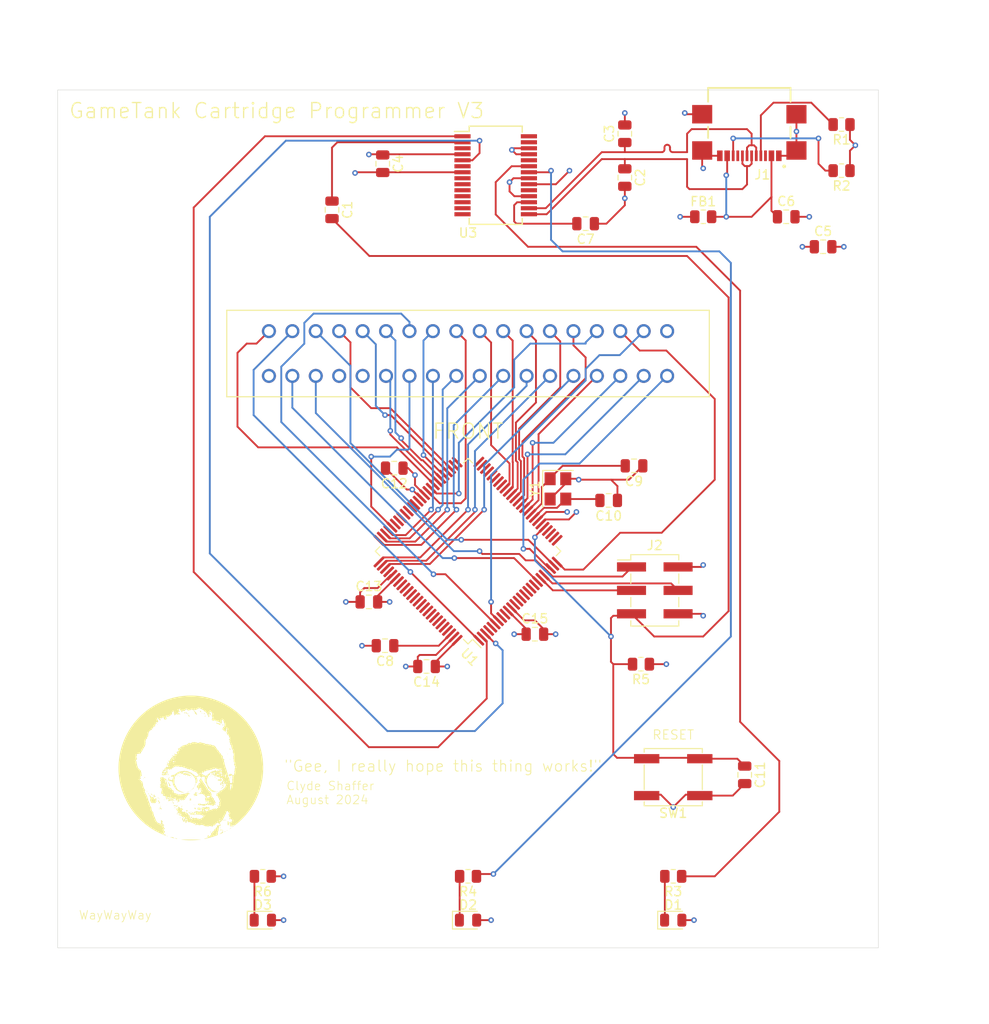
<source format=kicad_pcb>
(kicad_pcb (version 20221018) (generator pcbnew)
  (layers (0 "F.Cu" signal) (1 "In1.Cu" signal) (2 "In2.Cu" signal) (31 "B.Cu" signal) (34 "B.Paste" user) (35 "F.Paste" user) (36 "B.SilkS" user "B.Silkscreen") (37 "F.SilkS" user "F.Silkscreen") (38 "B.Mask" user) (39 "F.Mask" user) (44 "Edge.Cuts" user))
  (net 0 "")
  (net 1 "/~{cartRESET}")
  (net 2 "/READY")
  (net 3 "/A14")
  (net 4 "/D3")
  (net 5 "/D4")
  (net 6 "/D5")
  (net 7 "/D6")
  (net 8 "/D7")
  (net 9 "/~{CS}")
  (net 10 "/A10")
  (net 11 "/~{OE}")
  (net 12 "/A11")
  (net 13 "/A9")
  (net 14 "/A8")
  (net 15 "/~{IRQ}")
  (net 16 "/~{WE}")
  (net 17 "/A13")
  (net 18 "/CLK")
  (net 19 "/D2")
  (net 20 "/D1")
  (net 21 "/D0")
  (net 22 "/A0")
  (net 23 "/A1")
  (net 24 "/A2")
  (net 25 "/A3")
  (net 26 "/A4")
  (net 27 "/A5")
  (net 28 "/A6")
  (net 29 "/A7")
  (net 30 "/A12")
  (net 31 "/SCK")
  (net 32 "/MOSI")
  (net 33 "/MISO")
  (net 34 "/SS")
  (net 85 "/DTR")
  (net 86 "/~{mcuRESET}")
  (net 87 "GND")
  (net 88 "VCC")
  (net 89 "Net-(C6-Pad1)")
  (net 90 "Net-(U3-3V3OUT)")
  (net 91 "Net-(U1-AREF)")
  (net 92 "Net-(U1-XTAL1)")
  (net 93 "Net-(U1-XTAL2)")
  (net 94 "Net-(D1-K)")
  (net 95 "Net-(D2-K)")
  (net 96 "Net-(D3-K)")
  (net 97 "Net-(J1-CC1)")
  (net 99 "Net-(J1-CC2)")
  (net 101 "/fromHOST")
  (net 102 "/toHOST")
  (net 114 "/usbD+")
  (net 115 "/usbD-")
  (net 116 "/txl")
  (net 117 "/rxl")
  (footprint "LED_SMD:LED_0805_2012Metric" (layer "F.Cu") (at 122.25 150)
    (fp_text reference "D3")
    (fp_text value "PwrLED")
  )
  (footprint "Package_SO:SSOP-28_5.3x10.2mm_P0.65mm" (layer "F.Cu") (at 147.5 69.25)
    (fp_text reference "U3")
    (fp_text value "FT232RL")
  )
  (footprint "Crystal:Crystal_SMD_3225-4Pin_3.2x2.5mm" (layer "F.Cu") (at 154.25 103.25 -90)
    (fp_text reference "Y1")
    (fp_text value "Crystal_GND24" hide)
  )
  (footprint "Capacitor_SMD:C_0805_2012Metric" (layer "F.Cu") (at 162.5 100.75 180)
    (fp_text reference "C9")
    (fp_text value "8pF")
  )
  (footprint "Resistor_SMD:R_0805_2012Metric" (layer "F.Cu") (at 170 73.75)
    (fp_text reference "FB1")
    (fp_text value "FerriteBead")
  )
  (footprint "Resistor_SMD:R_0805_2012Metric" (layer "F.Cu") (at 144.5 145.25 180)
    (fp_text reference "R4")
    (fp_text value "270")
  )
  (footprint "Capacitor_SMD:C_0805_2012Metric" (layer "F.Cu") (at 159.75 104.5 180)
    (fp_text reference "C10")
    (fp_text value "8pF")
  )
  (footprint "Capacitor_SMD:C_0805_2012Metric" (layer "F.Cu") (at 136.5 101 180)
    (fp_text reference "C12")
    (fp_text value "0.1uF")
  )
  (footprint "Resistor_SMD:R_0805_2012Metric" (layer "F.Cu") (at 185 63.75 180)
    (fp_text reference "R1")
    (fp_text value "5k1")
  )
  (footprint "MegaProgrammer:SLOT36" (layer "F.Cu") (at 144.5 91)
    (fp_text reference "U$1" hide)
    (fp_text value "GT_CART3GT_SLOT" hide)
  )
  (footprint "Capacitor_SMD:C_0805_2012Metric" (layer "F.Cu") (at 179 73.75)
    (fp_text reference "C6")
    (fp_text value "10nF")
  )
  (footprint "Capacitor_SMD:C_0805_2012Metric" (layer "F.Cu") (at 151.75 119)
    (fp_text reference "C15")
    (fp_text value "0.1uF")
  )
  (footprint "Capacitor_SMD:C_0805_2012Metric" (layer "F.Cu") (at 135.5 120.25 180)
    (fp_text reference "C8")
    (fp_text value "0.1uF")
  )
  (footprint "Connector_PinHeader_2.54mm:PinHeader_2x03_P2.54mm_Vertical_SMD" (layer "F.Cu") (at 164.75 114.25)
    (fp_text reference "J2")
    (fp_text value "ICSP")
  )
  (footprint "Resistor_SMD:R_0805_2012Metric" (layer "F.Cu") (at 185 68.75 180)
    (fp_text reference "R2")
    (fp_text value "5k1")
  )
  (footprint "Capacitor_SMD:C_0805_2012Metric" (layer "F.Cu") (at 140 122.5 180)
    (fp_text reference "C14")
    (fp_text value "0.1uF")
  )
  (footprint "MegaProgrammer:GCT_USB4110GFA" (layer "F.Cu") (at 175 66.0625 180)
    (fp_text reference "J1")
    (fp_text value "USB_C_Receptacle_USB2.0" hide)
  )
  (footprint "MegaProgrammer:LogoSeal_neg" (layer "F.Cu") (at 114.5 133.5)
    (fp_text reference "G***" hide)
    (fp_text value "LOGO" hide)
  )
  (footprint "Capacitor_SMD:C_0805_2012Metric" (layer "F.Cu") (at 129.75 73 -90)
    (fp_text reference "C1")
    (fp_text value "0.1uF")
  )
  (footprint "MountingHole:MountingHole_3.2mm_M3" (layer "F.Cu") (at 179 106.5)
    (fp_text reference "H1" hide)
    (fp_text value "MountingHole" hide)
  )
  (footprint "Capacitor_SMD:C_0805_2012Metric" (layer "F.Cu") (at 161.5 69.5 -90)
    (fp_text reference "C2")
    (fp_text value "47pF")
  )
  (footprint "Resistor_SMD:R_0805_2012Metric" (layer "F.Cu") (at 166.75 145.25 180)
    (fp_text reference "R3")
    (fp_text value "270")
  )
  (footprint "Capacitor_SMD:C_0805_2012Metric" (layer "F.Cu") (at 135.25 68 -90)
    (fp_text reference "C4")
    (fp_text value "0.1uF")
  )
  (footprint "LED_SMD:LED_0805_2012Metric" (layer "F.Cu") (at 166.75 150)
    (fp_text reference "D1")
    (fp_text value "TxLED")
  )
  (footprint "Capacitor_SMD:C_0805_2012Metric" (layer "F.Cu") (at 161.5 64.75 90)
    (fp_text reference "C3")
    (fp_text value "47pF")
  )
  (footprint "LED_SMD:LED_0805_2012Metric" (layer "F.Cu") (at 144.5 150)
    (fp_text reference "D2")
    (fp_text value "RxLED")
  )
  (footprint "Capacitor_SMD:C_0805_2012Metric" (layer "F.Cu") (at 157.25 74.5 180)
    (fp_text reference "C7")
    (fp_text value "0.1uF")
  )
  (footprint "Resistor_SMD:R_0805_2012Metric" (layer "F.Cu") (at 163.25 122.25 180)
    (fp_text reference "R5")
    (fp_text value "10k")
  )
  (footprint "Capacitor_SMD:C_0805_2012Metric" (layer "F.Cu") (at 183 77)
    (fp_text reference "C5")
    (fp_text value "4.7uF")
  )
  (footprint "Resistor_SMD:R_0805_2012Metric" (layer "F.Cu") (at 122.25 145.25 180)
    (fp_text reference "R6")
    (fp_text value "270")
  )
  (footprint "MountingHole:MountingHole_3.2mm_M3" (layer "F.Cu") (at 110 106.5)
    (fp_text reference "H2" hide)
    (fp_text value "MountingHole" hide)
  )
  (footprint "Button_Switch_SMD:SW_SPST_EVPBF" (layer "F.Cu") (at 166.75 134.5 180)
    (fp_text reference "SW1")
    (fp_text value "SW_Push" hide)
  )
  (footprint "Package_QFP:TQFP-100_14x14mm_P0.5mm" (layer "F.Cu") (at 144.5 110 135)
    (fp_text reference "U1")
    (fp_text value "ATmega2560-16A")
  )
  (footprint "Capacitor_SMD:C_0805_2012Metric" (layer "F.Cu") (at 174.5 134.25 -90)
    (fp_text reference "C11")
    (fp_text value "22pF")
  )
  (footprint "Capacitor_SMD:C_0805_2012Metric" (layer "F.Cu") (at 133.75 115.5)
    (fp_text reference "C13")
    (fp_text value "0.1uF")
  )
  (gr_rect (start 100 60) (end 189 153) (stroke (width 0.05)) (fill none) (layer "Edge.Cuts"))
  (gr_text "Clyde Shaffer\nAugust 2024" (at 124.75 137.5) (layer "F.SilkS") (effects (font (size 0.93472 0.93472) (thickness 0.08128)) (justify left bottom)))
  (gr_text "GameTank Cartridge Programmer V3\n" (at 123.75 62.25) (layer "F.SilkS") (effects (font (size 1.63576 1.63576) (thickness 0.14224))))
  (gr_text "FRONT" (at 144.5 97) (layer "F.SilkS") (effects (font (size 1.63576 1.63576) (thickness 0.14224))))
  (gr_text "{dblquote}Gee, I really hope this thing works!{dblquote}" (at 124.5 134) (layer "F.SilkS") (effects (font (size 1.2 1.2) (thickness 0.1)) (justify left bottom)))
  (gr_text "RESET" (at 166.75 130.5) (layer "F.SilkS") (effects (font (size 1 1) (thickness 0.1)) (justify bottom)))
  (gr_text "WayWayWay" (at 102.25 150) (layer "F.SilkS") (effects (font (size 0.93472 0.93472) (thickness 0.08128)) (justify left bottom)))
  (segment (start 147.796885 117.539526) (end 147 116.742641) (width 0.2) (layer "F.Cu") (net 1))
  (segment (start 147 116.742641) (end 147 115.5) (width 0.2) (layer "F.Cu") (net 1))
  (via (at 147 115.5) (size 0.6) (drill 0.3) (layers "F.Cu" "B.Cu") (net 1))
  (segment (start 157.25 90.25) (end 157.25 91.5) (width 0.2) (layer "B.Cu") (net 1))
  (segment (start 163.55 86.1486) (end 160.9486 88.75) (width 0.2) (layer "B.Cu") (net 1))
  (segment (start 147 101.75) (end 147 115.5) (width 0.2) (layer "B.Cu") (net 1))
  (segment (start 160.9486 88.75) (end 158.75 88.75) (width 0.2) (layer "B.Cu") (net 1))
  (segment (start 157.25 91.5) (end 147 101.75) (width 0.2) (layer "B.Cu") (net 1))
  (segment (start 158.75 88.75) (end 157.25 90.25) (width 0.2) (layer "B.Cu") (net 1))
  (segment (start 154.985281 112) (end 157 112) (width 0.2) (layer "F.Cu") (net 2))
  (segment (start 157 112) (end 161 108) (width 0.2) (layer "F.Cu") (net 2))
  (segment (start 166 88.25) (end 163.1114 88.25) (width 0.2) (layer "F.Cu") (net 2))
  (segment (start 171.25 93.5) (end 166 88.25) (width 0.2) (layer "F.Cu") (net 2))
  (segment (start 165.5 108) (end 171.25 102.25) (width 0.2) (layer "F.Cu") (net 2))
  (segment (start 154.160846 111.175565) (end 154.985281 112) (width 0.2) (layer "F.Cu") (net 2))
  (segment (start 171.25 102.25) (end 171.25 93.5) (width 0.2) (layer "F.Cu") (net 2))
  (segment (start 163.1114 88.25) (end 161.01 86.1486) (width 0.2) (layer "F.Cu") (net 2))
  (segment (start 161 108) (end 165.5 108) (width 0.2) (layer "F.Cu") (net 2))
  (segment (start 141.078427 103.75) (end 143.5 103.75) (width 0.2) (layer "F.Cu") (net 3))
  (segment (start 140.496008 103.167581) (end 141.078427 103.75) (width 0.2) (layer "F.Cu") (net 3))
  (via (at 143.5 103.75) (size 0.6) (drill 0.3) (layers "F.Cu" "B.Cu") (net 3))
  (segment (start 143.5 103.75) (end 143.5 98.25) (width 0.2) (layer "B.Cu") (net 3))
  (segment (start 149.5 89.25) (end 151.25 87.5) (width 0.2) (layer "B.Cu") (net 3))
  (segment (start 151.25 87.5) (end 157.25 87.5) (width 0.2) (layer "B.Cu") (net 3))
  (segment (start 143.5 98.25) (end 149.5 92.25) (width 0.2) (layer "B.Cu") (net 3))
  (segment (start 157.25 87.3686) (end 158.47 86.1486) (width 0.2) (layer "B.Cu") (net 3))
  (segment (start 157.25 87.5) (end 157.25 87.3686) (width 0.2) (layer "B.Cu") (net 3))
  (segment (start 149.5 92.25) (end 149.5 89.25) (width 0.2) (layer "B.Cu") (net 3))
  (segment (start 155.93 87.68) (end 155.93 86.1486) (width 0.2) (layer "F.Cu") (net 4))
  (segment (start 157.25 89) (end 155.93 87.68) (width 0.2) (layer "F.Cu") (net 4))
  (segment (start 150.583444 99.916556) (end 150.3957 99.728812) (width 0.2) (layer "F.Cu") (net 4))
  (segment (start 150.3957 98.1043) (end 157.25 91.25) (width 0.2) (layer "F.Cu") (net 4))
  (segment (start 149.918206 104.581794) (end 150.583444 103.916556) (width 0.2) (layer "F.Cu") (net 4))
  (segment (start 150.3957 99.728812) (end 150.3957 98.1043) (width 0.2) (layer "F.Cu") (net 4))
  (segment (start 150.583444 103.916556) (end 150.583444 99.916556) (width 0.2) (layer "F.Cu") (net 4))
  (segment (start 157.25 91.25) (end 157.25 89) (width 0.2) (layer "F.Cu") (net 4))
  (segment (start 154.5 92.25) (end 154.5 87.2586) (width 0.2) (layer "F.Cu") (net 5))
  (segment (start 150.231044 100.231044) (end 150.0433 100.0433) (width 0.2) (layer "F.Cu") (net 5))
  (segment (start 150.231044 103.561849) (end 150.231044 100.231044) (width 0.2) (layer "F.Cu") (net 5))
  (segment (start 150.0433 100.0433) (end 150.0433 96.7067) (width 0.2) (layer "F.Cu") (net 5))
  (segment (start 149.564652 104.228241) (end 150.231044 103.561849) (width 0.2) (layer "F.Cu") (net 5))
  (segment (start 150.0433 96.7067) (end 154.5 92.25) (width 0.2) (layer "F.Cu") (net 5))
  (segment (start 154.5 87.2586) (end 153.39 86.1486) (width 0.2) (layer "F.Cu") (net 5))
  (segment (start 149.878644 103.207143) (end 149.878644 100.377013) (width 0.2) (layer "F.Cu") (net 6))
  (segment (start 149.6909 100.189269) (end 149.6909 96.0591) (width 0.2) (layer "F.Cu") (net 6))
  (segment (start 149.878644 100.377013) (end 149.6909 100.189269) (width 0.2) (layer "F.Cu") (net 6))
  (segment (start 151.8644 93.8856) (end 151.8644 87.163) (width 0.2) (layer "F.Cu") (net 6))
  (segment (start 149.6909 96.0591) (end 151.8644 93.8856) (width 0.2) (layer "F.Cu") (net 6))
  (segment (start 149.211099 103.874688) (end 149.878644 103.207143) (width 0.2) (layer "F.Cu") (net 6))
  (segment (start 151.8644 87.163) (end 150.85 86.1486) (width 0.2) (layer "F.Cu") (net 6))
  (segment (start 149.352884 100.352884) (end 149.3385 100.3385) (width 0.2) (layer "F.Cu") (net 7))
  (segment (start 148.857546 103.521134) (end 149.352884 103.025796) (width 0.2) (layer "F.Cu") (net 7))
  (segment (start 149.3385 87.1771) (end 148.31 86.1486) (width 0.2) (layer "F.Cu") (net 7))
  (segment (start 149.3385 100.3385) (end 149.3385 87.1771) (width 0.2) (layer "F.Cu") (net 7))
  (segment (start 149.352884 103.025796) (end 149.352884 100.352884) (width 0.2) (layer "F.Cu") (net 7))
  (segment (start 147 87.3786) (end 145.77 86.1486) (width 0.2) (layer "F.Cu") (net 8))
  (segment (start 147 98.5) (end 147 87.3786) (width 0.2) (layer "F.Cu") (net 8))
  (segment (start 148.999331 102.672242) (end 148.999331 100.499331) (width 0.2) (layer "F.Cu") (net 8))
  (segment (start 148.999331 100.499331) (end 147 98.5) (width 0.2) (layer "F.Cu") (net 8))
  (segment (start 148.503992 103.167581) (end 148.999331 102.672242) (width 0.2) (layer "F.Cu") (net 8))
  (segment (start 144.2444 87.163) (end 143.23 86.1486) (width 0.2) (layer "F.Cu") (net 9))
  (segment (start 140.142454 103.521134) (end 141.42372 104.8024) (width 0.2) (layer "F.Cu") (net 9))
  (segment (start 144.2444 104.286812) (end 144.2444 87.163) (width 0.2) (layer "F.Cu") (net 9))
  (segment (start 141.42372 104.8024) (end 143.728812 104.8024) (width 0.2) (layer "F.Cu") (net 9))
  (segment (start 143.728812 104.8024) (end 144.2444 104.286812) (width 0.2) (layer "F.Cu") (net 9))
  (segment (start 141.836822 101.753367) (end 139.666728 99.583273) (width 0.2) (layer "F.Cu") (net 10))
  (segment (start 141.910221 101.753367) (end 141.836822 101.753367) (width 0.2) (layer "F.Cu") (net 10))
  (via (at 139.666728 99.583273) (size 0.6) (drill 0.3) (layers "F.Cu" "B.Cu") (net 10))
  (segment (start 139.666728 87.171872) (end 140.69 86.1486) (width 0.2) (layer "B.Cu") (net 10))
  (segment (start 139.666728 99.583273) (end 139.666728 87.171872) (width 0.2) (layer "B.Cu") (net 10))
  (segment (start 142.050253 112.5) (end 140.75 112.5) (width 0.2) (layer "F.Cu") (net 11))
  (segment (start 147.443332 117.893079) (end 142.050253 112.5) (width 0.2) (layer "F.Cu") (net 11))
  (via (at 140.75 112.5) (size 0.6) (drill 0.3) (layers "F.Cu" "B.Cu") (net 11))
  (segment (start 124.25 90) (end 126.75 87.5) (width 0.2) (layer "B.Cu") (net 11))
  (segment (start 126.75 85.25) (end 127.75 84.25) (width 0.2) (layer "B.Cu") (net 11))
  (segment (start 126.75 87.5) (end 126.75 85.25) (width 0.2) (layer "B.Cu") (net 11))
  (segment (start 138.15 85.15) (end 138.15 86.1486) (width 0.2) (layer "B.Cu") (net 11))
  (segment (start 140.75 112.5) (end 124.25 96) (width 0.2) (layer "B.Cu") (net 11))
  (segment (start 124.25 96) (end 124.25 90) (width 0.2) (layer "B.Cu") (net 11))
  (segment (start 137.25 84.25) (end 138.15 85.15) (width 0.2) (layer "B.Cu") (net 11))
  (segment (start 127.75 84.25) (end 137.25 84.25) (width 0.2) (layer "B.Cu") (net 11))
  (segment (start 137.25 97.947757) (end 137.25 97.75) (width 0.2) (layer "F.Cu") (net 12))
  (segment (start 139.58542 100.135673) (end 139.437916 100.135673) (width 0.2) (layer "F.Cu") (net 12))
  (segment (start 139.437916 100.135673) (end 137.25 97.947757) (width 0.2) (layer "F.Cu") (net 12))
  (segment (start 141.556668 102.106921) (end 139.58542 100.135673) (width 0.2) (layer "F.Cu") (net 12))
  (via (at 137.25 97.75) (size 0.6) (drill 0.3) (layers "F.Cu" "B.Cu") (net 12))
  (segment (start 137.25 97.75) (end 136.6244 97.1244) (width 0.2) (layer "B.Cu") (net 12))
  (segment (start 136.6244 97.1244) (end 136.6244 87.163) (width 0.2) (layer "B.Cu") (net 12))
  (segment (start 136.6244 87.163) (end 135.61 86.1486) (width 0.2) (layer "B.Cu") (net 12))
  (segment (start 136.113961 95.25) (end 135.5 95.25) (width 0.2) (layer "F.Cu") (net 13))
  (segment (start 142.263775 101.399814) (end 136.113961 95.25) (width 0.2) (layer "F.Cu") (net 13))
  (via (at 135.5 95.25) (size 0.6) (drill 0.3) (layers "F.Cu" "B.Cu") (net 13))
  (segment (start 134.5 87.5786) (end 133.07 86.1486) (width 0.2) (layer "B.Cu") (net 13))
  (segment (start 135.5 95.25) (end 134.5 94.25) (width 0.2) (layer "B.Cu") (net 13))
  (segment (start 134.5 94.25) (end 134.5 87.5786) (width 0.2) (layer "B.Cu") (net 13))
  (segment (start 142.617328 101.04626) (end 136.071068 94.5) (width 0.2) (layer "F.Cu") (net 14))
  (segment (start 134 94.5) (end 131.75 92.25) (width 0.2) (layer "F.Cu") (net 14))
  (segment (start 131.75 87.3686) (end 130.53 86.1486) (width 0.2) (layer "F.Cu") (net 14))
  (segment (start 136.071068 94.5) (end 134 94.5) (width 0.2) (layer "F.Cu") (net 14))
  (segment (start 131.75 92.25) (end 131.75 87.3686) (width 0.2) (layer "F.Cu") (net 14))
  (segment (start 151.043428 108.765253) (end 143.765253 108.765253) (width 0.2) (layer "F.Cu") (net 15))
  (segment (start 153.807293 111.529118) (end 151.043428 108.765253) (width 0.2) (layer "F.Cu") (net 15))
  (via (at 143.765253 108.765253) (size 0.6) (drill 0.3) (layers "F.Cu" "B.Cu") (net 15))
  (segment (start 142.234041 108.765253) (end 131.75 98.281212) (width 0.2) (layer "B.Cu") (net 15))
  (segment (start 143.765253 108.765253) (end 142.234041 108.765253) (width 0.2) (layer "B.Cu") (net 15))
  (segment (start 131.75 89.9086) (end 127.99 86.1486) (width 0.2) (layer "B.Cu") (net 15))
  (segment (start 131.75 98.281212) (end 131.75 89.9086) (width 0.2) (layer "B.Cu") (net 15))
  (segment (start 145.675565 119.660846) (end 145.180226 119.165507) (width 0.2) (layer "F.Cu") (net 16))
  (segment (start 145.180226 119.165507) (end 145.165507 119.165507) (width 0.2) (layer "F.Cu") (net 16))
  (segment (start 145.165507 119.165507) (end 138.25 112.25) (width 0.2) (layer "F.Cu") (net 16))
  (via (at 138.25 112.25) (size 0.6) (drill 0.3) (layers "F.Cu" "B.Cu") (net 16))
  (segment (start 121.25 95.25) (end 121.25 90.3486) (width 0.2) (layer "B.Cu") (net 16))
  (segment (start 138.25 112.25) (end 121.25 95.25) (width 0.2) (layer "B.Cu") (net 16))
  (segment (start 121.25 90.3486) (end 125.45 86.1486) (width 0.2) (layer "B.Cu") (net 16))
  (segment (start 119.5 96.5) (end 119.5 88.5) (width 0.2) (layer "F.Cu") (net 17))
  (segment (start 119.5 88.5) (end 120.5 87.5) (width 0.2) (layer "F.Cu") (net 17))
  (segment (start 140.849561 102.814027) (end 136.785534 98.75) (width 0.2) (layer "F.Cu") (net 17))
  (segment (start 120.5 87.5) (end 121.5586 87.5) (width 0.2) (layer "F.Cu") (net 17))
  (segment (start 136.785534 98.75) (end 121.75 98.75) (width 0.2) (layer "F.Cu") (net 17))
  (segment (start 121.5586 87.5) (end 122.91 86.1486) (width 0.2) (layer "F.Cu") (net 17))
  (segment (start 121.75 98.75) (end 119.5 96.5) (width 0.2) (layer "F.Cu") (net 17))
  (segment (start 153.315713 111.882672) (end 153.45374 111.882672) (width 0.2) (layer "F.Cu") (net 18))
  (segment (start 151.183041 109.75) (end 153.315713 111.882672) (width 0.2) (layer "F.Cu") (net 18))
  (segment (start 150.5 109.75) (end 151.183041 109.75) (width 0.2) (layer "F.Cu") (net 18))
  (via (at 150.5 109.75) (size 0.6) (drill 0.3) (layers "F.Cu" "B.Cu") (net 18))
  (segment (start 150.5 102.25) (end 152.25 100.5) (width 0.2) (layer "B.Cu") (net 18))
  (segment (start 156.59 100.5) (end 166.09 91) (width 0.2) (layer "B.Cu") (net 18))
  (segment (start 152.25 100.5) (end 156.59 100.5) (width 0.2) (layer "B.Cu") (net 18))
  (segment (start 150.5 109.75) (end 150.5 102.25) (width 0.2) (layer "B.Cu") (net 18))
  (segment (start 150.9481 104.259007) (end 150.9481 99.5) (width 0.2) (layer "F.Cu") (net 19))
  (segment (start 150.271759 104.935348) (end 150.9481 104.259007) (width 0.2) (layer "F.Cu") (net 19))
  (via (at 150.9481 99.5) (size 0.6) (drill 0.3) (layers "F.Cu" "B.Cu") (net 19))
  (segment (start 150.9481 99.5) (end 155.05 99.5) (width 0.2) (layer "B.Cu") (net 19))
  (segment (start 155.05 99.5) (end 163.55 91) (width 0.2) (layer "B.Cu") (net 19))
  (segment (start 150.625312 105.288901) (end 151.5 104.414213) (width 0.2) (layer "F.Cu") (net 20))
  (segment (start 151.5 104.414213) (end 151.5 98.25) (width 0.2) (layer "F.Cu") (net 20))
  (via (at 151.5 98.25) (size 0.6) (drill 0.3) (layers "F.Cu" "B.Cu") (net 20))
  (segment (start 151.5 98.25) (end 153.76 98.25) (width 0.2) (layer "B.Cu") (net 20))
  (segment (start 153.76 98.25) (end 161.01 91) (width 0.2) (layer "B.Cu") (net 20))
  (segment (start 152.1476 104.47372) (end 152.1476 97.3224) (width 0.2) (layer "F.Cu") (net 21))
  (segment (start 152.1476 97.3224) (end 158.47 91) (width 0.2) (layer "F.Cu") (net 21))
  (segment (start 150.978866 105.642454) (end 152.1476 104.47372) (width 0.2) (layer "F.Cu") (net 21))
  (segment (start 135.54626 111.882672) (end 136.041599 111.387333) (width 0.2) (layer "F.Cu") (net 22))
  (segment (start 140.362667 111.387333) (end 146.25 105.5) (width 0.2) (layer "F.Cu") (net 22))
  (segment (start 136.041599 111.387333) (end 140.362667 111.387333) (width 0.2) (layer "F.Cu") (net 22))
  (via (at 146.25 105.5) (size 0.6) (drill 0.3) (layers "F.Cu" "B.Cu") (net 22))
  (segment (start 146.25 105.5) (end 146.25 100.68) (width 0.2) (layer "B.Cu") (net 22))
  (segment (start 146.25 100.68) (end 155.93 91) (width 0.2) (layer "B.Cu") (net 22))
  (segment (start 145.251903 105.748097) (end 145.251903 105.5) (width 0.2) (layer "F.Cu") (net 23))
  (segment (start 135.688045 111.03378) (end 139.96622 111.03378) (width 0.2) (layer "F.Cu") (net 23))
  (segment (start 139.96622 111.03378) (end 145.251903 105.748097) (width 0.2) (layer "F.Cu") (net 23))
  (segment (start 135.192707 111.529118) (end 135.688045 111.03378) (width 0.2) (layer "F.Cu") (net 23))
  (via (at 145.251903 105.5) (size 0.6) (drill 0.3) (layers "F.Cu" "B.Cu") (net 23))
  (segment (start 145.251903 99.138097) (end 153.39 91) (width 0.2) (layer "B.Cu") (net 23))
  (segment (start 145.251903 105.5) (end 145.251903 99.138097) (width 0.2) (layer "B.Cu") (net 23))
  (segment (start 135.334493 110.680226) (end 139.319774 110.680226) (width 0.2) (layer "F.Cu") (net 24))
  (segment (start 139.319774 110.680226) (end 144.5 105.5) (width 0.2) (layer "F.Cu") (net 24))
  (segment (start 134.839154 111.175565) (end 135.334493 110.680226) (width 0.2) (layer "F.Cu") (net 24))
  (via (at 144.5 105.5) (size 0.6) (drill 0.3) (layers "F.Cu" "B.Cu") (net 24))
  (segment (start 144.5 105.5) (end 144.5 98.42763) (width 0.2) (layer "B.Cu") (net 24))
  (segment (start 150.85 92.07763) (end 150.85 91) (width 0.2) (layer "B.Cu") (net 24))
  (segment (start 144.5 98.42763) (end 150.85 92.07763) (width 0.2) (layer "B.Cu") (net 24))
  (segment (start 134.839154 108.824435) (end 135.334493 109.319774) (width 0.2) (layer "F.Cu") (net 25))
  (segment (start 139.430226 109.319774) (end 143.25 105.5) (width 0.2) (layer "F.Cu") (net 25))
  (segment (start 135.334493 109.319774) (end 139.430226 109.319774) (width 0.2) (layer "F.Cu") (net 25))
  (via (at 143.25 105.5) (size 0.6) (drill 0.3) (layers "F.Cu" "B.Cu") (net 25))
  (segment (start 142.9476 96.3624) (end 148.31 91) (width 0.2) (layer "B.Cu") (net 25))
  (segment (start 142.9476 105.1976) (end 142.9476 96.3624) (width 0.2) (layer "B.Cu") (net 25))
  (segment (start 143.25 105.5) (end 142.9476 105.1976) (width 0.2) (layer "B.Cu") (net 25))
  (segment (start 135.688045 108.96622) (end 138.78378 108.96622) (width 0.2) (layer "F.Cu") (net 26))
  (segment (start 138.78378 108.96622) (end 142.25 105.5) (width 0.2) (layer "F.Cu") (net 26))
  (segment (start 135.192707 108.470882) (end 135.688045 108.96622) (width 0.2) (layer "F.Cu") (net 26))
  (via (at 142.25 105.5) (size 0.6) (drill 0.3) (layers "F.Cu" "B.Cu") (net 26))
  (segment (start 142.25 105.5) (end 142.25 94.52) (width 0.2) (layer "B.Cu") (net 26))
  (segment (start 142.25 94.52) (end 145.77 91) (width 0.2) (layer "B.Cu") (net 26))
  (segment (start 141.251903 105.529309) (end 141.251903 105.5) (width 0.2) (layer "F.Cu") (net 27))
  (segment (start 135.54626 108.117328) (end 136.041599 108.612667) (width 0.2) (layer "F.Cu") (net 27))
  (segment (start 138.168545 108.612667) (end 141.251903 105.529309) (width 0.2) (layer "F.Cu") (net 27))
  (segment (start 136.041599 108.612667) (end 138.168545 108.612667) (width 0.2) (layer "F.Cu") (net 27))
  (via (at 141.251903 105.5) (size 0.6) (drill 0.3) (layers "F.Cu" "B.Cu") (net 27))
  (segment (start 141.75 105.001903) (end 141.75 92.48) (width 0.2) (layer "B.Cu") (net 27))
  (segment (start 141.75 92.48) (end 143.23 91) (width 0.2) (layer "B.Cu") (net 27))
  (segment (start 141.251903 105.5) (end 141.75 105.001903) (width 0.2) (layer "B.Cu") (net 27))
  (segment (start 137.740887 108.259113) (end 140.5 105.5) (width 0.2) (layer "F.Cu") (net 28))
  (segment (start 136.395152 108.259113) (end 137.740887 108.259113) (width 0.2) (layer "F.Cu") (net 28))
  (segment (start 135.899814 107.763775) (end 136.395152 108.259113) (width 0.2) (layer "F.Cu") (net 28))
  (via (at 140.5 105.5) (size 0.6) (drill 0.3) (layers "F.Cu" "B.Cu") (net 28))
  (segment (start 140.69 105.31) (end 140.69 91) (width 0.2) (layer "B.Cu") (net 28))
  (segment (start 140.5 105.5) (end 140.69 105.31) (width 0.2) (layer "B.Cu") (net 28))
  (segment (start 134 105.156854) (end 134 99.75) (width 0.2) (layer "F.Cu") (net 29))
  (segment (start 136.253367 107.410221) (end 134 105.156854) (width 0.2) (layer "F.Cu") (net 29))
  (via (at 134 99.75) (size 0.6) (drill 0.3) (layers "F.Cu" "B.Cu") (net 29))
  (segment (start 136.031212 99.75) (end 136.781212 99) (width 0.2) (layer "B.Cu") (net 29))
  (segment (start 138 99) (end 138.15 98.85) (width 0.2) (layer "B.Cu") (net 29))
  (segment (start 134 99.75) (end 136.031212 99.75) (width 0.2) (layer "B.Cu") (net 29))
  (segment (start 138.15 98.85) (end 138.15 91) (width 0.2) (layer "B.Cu") (net 29))
  (segment (start 136.781212 99) (end 138 99) (width 0.2) (layer "B.Cu") (net 29))
  (segment (start 141.203115 102.460474) (end 141.179262 102.460474) (width 0.2) (layer "F.Cu") (net 30))
  (segment (start 136.0725 97.353712) (end 136.0725 96.950377) (width 0.2) (layer "F.Cu") (net 30))
  (segment (start 141.179262 102.460474) (end 136.0725 97.353712) (width 0.2) (layer "F.Cu") (net 30))
  (via (at 136.0725 96.950377) (size 0.6) (drill 0.3) (layers "F.Cu" "B.Cu") (net 30))
  (segment (start 136.0725 96.950377) (end 136.0725 91.4625) (width 0.2) (layer "B.Cu") (net 30))
  (segment (start 136.0725 91.4625) (end 135.61 91) (width 0.2) (layer "B.Cu") (net 30))
  (segment (start 153.699747 114.25) (end 152.393079 112.943332) (width 0.2) (layer "F.Cu") (net 31))
  (segment (start 162.225 114.25) (end 153.699747 114.25) (width 0.2) (layer "F.Cu") (net 31))
  (segment (start 153.654454 113.4976) (end 152.746633 112.589779) (width 0.2) (layer "F.Cu") (net 32))
  (segment (start 166.5226 113.4976) (end 153.654454 113.4976) (width 0.2) (layer "F.Cu") (net 32))
  (segment (start 167.275 114.25) (end 166.5226 113.4976) (width 0.2) (layer "F.Cu") (net 32))
  (segment (start 150.75 111) (end 151.863961 111) (width 0.2) (layer "F.Cu") (net 33))
  (segment (start 146.0524 110.3024) (end 150.0524 110.3024) (width 0.2) (layer "F.Cu") (net 33))
  (segment (start 153.613961 112.75) (end 153.100186 112.236225) (width 0.2) (layer "F.Cu") (net 33))
  (segment (start 151.863961 111) (end 153.100186 112.236225) (width 0.2) (layer "F.Cu") (net 33))
  (segment (start 145.75 110) (end 146.0524 110.3024) (width 0.2) (layer "F.Cu") (net 33))
  (segment (start 150.0524 110.3024) (end 150.75 111) (width 0.2) (layer "F.Cu") (net 33))
  (segment (start 162.225 111.775) (end 161.25 112.75) (width 0.2) (layer "F.Cu") (net 33))
  (segment (start 161.25 112.75) (end 153.613961 112.75) (width 0.2) (layer "F.Cu") (net 33))
  (segment (start 162.225 111.71) (end 162.225 111.775) (width 0.2) (layer "F.Cu") (net 33))
  (via (at 145.75 110) (size 0.6) (drill 0.3) (layers "F.Cu" "B.Cu") (net 33))
  (segment (start 127.99 91) (end 127.99 95.01958) (width 0.2) (layer "B.Cu") (net 33))
  (segment (start 127.99 95.01958) (end 142.97042 110) (width 0.2) (layer "B.Cu") (net 33))
  (segment (start 142.97042 110) (end 145.75 110) (width 0.2) (layer "B.Cu") (net 33))
  (segment (start 143.015253 110.75) (end 149.492641 110.75) (width 0.2) (layer "F.Cu") (net 34))
  (segment (start 149.492641 110.75) (end 152.039526 113.296885) (width 0.2) (layer "F.Cu") (net 34))
  (via (at 143.015253 110.75) (size 0.6) (drill 0.3) (layers "F.Cu" "B.Cu") (net 34))
  (segment (start 141.75 110.75) (end 125.45 94.45) (width 0.2) (layer "B.Cu") (net 34))
  (segment (start 143.015253 110.75) (end 141.75 110.75) (width 0.2) (layer "B.Cu") (net 34))
  (segment (start 125.45 94.45) (end 125.45 91) (width 0.2) (layer "B.Cu") (net 34))
  (segment (start 129.75 72.05) (end 129.75 66.25) (width 0.2) (layer "F.Cu") (net 85))
  (segment (start 129.75 66.25) (end 130.325 65.675) (width 0.2) (layer "F.Cu") (net 85))
  (segment (start 130.325 65.675) (end 143.9 65.675) (width 0.2) (layer "F.Cu") (net 85))
  (segment (start 168.25 78) (end 172.75 82.5) (width 0.2) (layer "F.Cu") (net 86))
  (segment (start 162.015 117) (end 160.25 117) (width 0.2) (layer "F.Cu") (net 86))
  (segment (start 169.63 132.5) (end 173.7 132.5) (width 0.2) (layer "F.Cu") (net 86))
  (segment (start 164.685 119.25) (end 162.225 116.79) (width 0.2) (layer "F.Cu") (net 86))
  (segment (start 173.7 132.5) (end 174.5 133.3) (width 0.2) (layer "F.Cu") (net 86))
  (segment (start 163.87 132.4) (end 160.65 132.4) (width 0.2) (layer "F.Cu") (net 86))
  (segment (start 160.65 132.4) (end 160.25 132) (width 0.2) (layer "F.Cu") (net 86))
  (segment (start 172.75 82.5) (end 172.75 116.5) (width 0.2) (layer "F.Cu") (net 86))
  (segment (start 151.75 108.5) (end 151.75 108.406854) (width 0.2) (layer "F.Cu") (net 86))
  (segment (start 133.8 78) (end 168.25 78) (width 0.2) (layer "F.Cu") (net 86))
  (segment (start 160.25 132) (end 160.25 122.25) (width 0.2) (layer "F.Cu") (net 86))
  (segment (start 170 119.25) (end 164.685 119.25) (width 0.2) (layer "F.Cu") (net 86))
  (segment (start 151.75 108.406854) (end 152.746633 107.410221) (width 0.2) (layer "F.Cu") (net 86))
  (segment (start 162.225 116.79) (end 162.015 117) (width 0.2) (layer "F.Cu") (net 86))
  (segment (start 160.25 117) (end 160 117.25) (width 0.2) (layer "F.Cu") (net 86))
  (segment (start 169.63 132.4) (end 163.87 132.4) (width 0.2) (layer "F.Cu") (net 86))
  (segment (start 160.25 122.25) (end 160 122) (width 0.2) (layer "F.Cu") (net 86))
  (segment (start 172.75 116.5) (end 170 119.25) (width 0.2) (layer "F.Cu") (net 86))
  (segment (start 129.75 73.95) (end 133.8 78) (width 0.2) (layer "F.Cu") (net 86))
  (segment (start 160 117.25) (end 160 119.25) (width 0.2) (layer "F.Cu") (net 86))
  (segment (start 160.25 122.25) (end 162.3375 122.25) (width 0.2) (layer "F.Cu") (net 86))
  (segment (start 160 122) (end 160 119.25) (width 0.2) (layer "F.Cu") (net 86))
  (via (at 151.75 108.5) (size 0.6) (drill 0.3) (layers "F.Cu" "B.Cu") (net 86))
  (via (at 160 119.25) (size 0.6) (drill 0.3) (layers "F.Cu" "B.Cu") (net 86))
  (segment (start 151.75 111) (end 151.75 108.5) (width 0.2) (layer "B.Cu") (net 86))
  (segment (start 160 119.25) (end 151.75 111) (width 0.2) (layer "B.Cu") (net 86))
  (segment (start 151.1 71.525) (end 149.525 71.525) (width 0.2) (layer "F.Cu") (net 87))
  (segment (start 149.211099 116.125312) (end 150.585787 117.5) (width 0.2) (layer "F.Cu") (net 87))
  (segment (start 185.9125 68.75) (end 185.9125 66.5875) (width 0.2) (layer "F.Cu") (net 87))
  (segment (start 159.5 74.5) (end 161.5 72.5) (width 0.2) (layer "F.Cu") (net 87))
  (segment (start 152.7 119) (end 154 119) (width 0.2) (layer "F.Cu") (net 87))
  (segment (start 185.9125 66.5875) (end 186.5 66) (width 0.2) (layer "F.Cu") (net 87))
  (segment (start 149.425 69.575) (end 149 70) (width 0.2) (layer "F.Cu") (net 87))
  (segment (start 151.1 66.325) (end 149.425 66.325) (width 0.2) (layer "F.Cu") (net 87))
  (segment (start 161.5 72.5) (end 161.5 71.75) (width 0.2) (layer "F.Cu") (net 87))
  (segment (start 155.1 102.65) (end 155.1 102.15) (width 0.2) (layer "F.Cu") (net 87))
  (segment (start 149.425 66.325) (end 149.25 66.5) (width 0.2) (layer "F.Cu") (net 87))
  (segment (start 169.89 68.39) (end 170 68.5) (width 0.2) (layer "F.Cu") (net 87))
  (segment (start 132.325 68.925) (end 132.25 69) (width 0.2) (layer "F.Cu") (net 87))
  (segment (start 152.992641 105.75) (end 155.25 105.75) (width 0.2) (layer "F.Cu") (net 87))
  (segment (start 149 71) (end 149 70) (width 0.2) (layer "F.Cu") (net 87))
  (segment (start 168.1 136.4) (end 166.75 137.75) (width 0.2) (layer "F.Cu") (net 87))
  (segment (start 168.1325 62.6325) (end 168 62.5) (width 0.2) (layer "F.Cu") (net 87))
  (segment (start 139.05 122.5) (end 137.75 122.5) (width 0.2) (layer "F.Cu") (net 87))
  (segment (start 149.725 66.975) (end 149.25 66.5) (width 0.2) (layer "F.Cu") (net 87))
  (segment (start 160.7 102.95) (end 160 102.25) (width 0.2) (layer "F.Cu") (net 87))
  (segment (start 161.95 102.25) (end 160 102.25) (width 0.2) (layer "F.Cu") (net 87))
  (segment (start 160 102.25) (end 156.5 102.25) (width 0.2) (layer "F.Cu") (net 87))
  (segment (start 149.525 71.525) (end 149 71) (width 0.2) (layer "F.Cu") (net 87))
  (segment (start 170.465 67.1375) (end 169.89 66.5625) (width 0.2) (layer "F.Cu") (net 87))
  (segment (start 161.5 63.8) (end 161.5 62.5) (width 0.2) (layer "F.Cu") (net 87))
  (segment (start 171.8 67.1375) (end 170.465 67.1375) (width 0.2) (layer "F.Cu") (net 87))
  (segment (start 151.1 69.575) (end 149.425 69.575) (width 0.2) (layer "F.Cu") (net 87))
  (segment (start 169.63 136.4) (end 168.1 136.4) (width 0.2) (layer "F.Cu") (net 87))
  (segment (start 163.87 136.4) (end 165.4 136.4) (width 0.2) (layer "F.Cu") (net 87))
  (segment (start 161.5 70.45) (end 161.5 71.75) (width 0.2) (layer "F.Cu") (net 87))
  (segment (start 139.25 121.25) (end 141.028175 121.25) (width 0.2) (layer "F.Cu") (net 87))
  (segment (start 179.535 67.1375) (end 180.11 66.5625) (width 0.2) (layer "F.Cu") (net 87))
  (segment (start 179.95 73.75) (end 181.5 73.75) (width 0.2) (layer "F.Cu") (net 87))
  (segment (start 158.2 74.5) (end 159.5 74.5) (width 0.2) (layer "F.Cu") (net 87))
  (segment (start 135.55 101) (end 137.869702 103.319702) (width 0.2) (layer "F.Cu") (net 87))
  (segment (start 150.585787 117.5) (end 151.75 117.5) (width 0.2) (layer "F.Cu") (net 87))
  (segment (start 169.79 116.79) (end 170 117) (width 0.2) (layer "F.Cu") (net 87))
  (segment (start 139.05 122.5) (end 139.05 121.45) (width 0.2) (layer "F.Cu") (net 87))
  (segment (start 156.4 102.15) (end 156.5 102.25) (width 0.2) (layer "F.Cu") (net 87))
  (segment (start 152.7 118.45) (end 152.7 119) (width 0.2) (layer "F.Cu") (net 87))
  (segment (start 141.028175 121.25) (end 142.970882 119.307293) (width 0.2) (layer "F.Cu") (net 87))
  (segment (start 155.1 102.15) (end 156.4 102.15) (width 0.2) (layer "F.Cu") (net 87))
  (segment (start 152.039526 106.703115) (end 152.992641 105.75) (width 0.2) (layer "F.Cu") (net 87))
  (segment (start 134.7 114.850253) (end 134.7 115.5) (width 0.2) (layer "F.Cu") (net 87))
  (segment (start 178.2 67.1375) (end 179.535 67.1375) (width 0.2) (layer "F.Cu") (net 87))
  (segment (start 169.89 66.5625) (end 169.89 68.39) (width 0.2) (layer "F.Cu") (net 87))
  (segment (start 139.05 121.45) (end 139.25 121.25) (width 0.2) (layer "F.Cu") (net 87))
  (segment (start 123.1625 145.25) (end 124.5 145.25) (width 0.2) (layer "F.Cu") (net 87))
  (segment (start 143.9 68.925) (end 132.325 68.925) (width 0.2) (layer "F.Cu") (net 87))
  (segment (start 185.9125 63.75) (end 185.9125 65.4125) (width 0.2) (layer "F.Cu") (net 87))
  (segment (start 136.606921 112.943332) (end 134.7 114.850253) (width 0.2) (layer "F.Cu") (net 87))
  (segment (start 160.7 104.5) (end 160.7 102.95) (width 0.2) (layer "F.Cu") (net 87))
  (segment (start 169.89 62.6325) (end 168.1325 62.6325) (width 0.2) (layer "F.Cu") (net 87))
  (segment (start 183.95 77) (end 185.25 77) (width 0.2) (layer "F.Cu") (net 87))
  (segment (start 137.869702 103.319702) (end 138.453409 103.319702) (width 0.2) (layer "F.Cu") (net 87))
  (segment (start 134.7 115.5) (end 136 115.5) (width 0.2) (layer "F.Cu") (net 87))
  (segment (start 165.4 136.4) (end 166.75 137.75) (width 0.2) (layer "F.Cu") (net 87))
  (segment (start 180.11 62.6325) (end 180.11 66.5625) (width 0.2) (layer "F.Cu") (net 87))
  (segment (start 139.361948 104.228241) (end 138.453409 103.319702) (width 0.2) (layer "F.Cu") (net 87))
  (segment (start 173.2 136.5) (end 174.5 135.2) (width 0.2) (layer "F.Cu") (net 87))
  (segment (start 134.55 120.25) (end 133 120.25) (width 0.2) (layer "F.Cu") (net 87))
  (segment (start 151.75 117.5) (end 152.7 118.45) (width 0.2) (layer "F.Cu") (net 87))
  (segment (start 151.1 66.975) (end 149.725 66.975) (width 0.2) (layer "F.Cu") (net 87))
  (segment (start 185.9125 65.4125) (end 186.5 66) (width 0.2) (layer "F.Cu") (net 87))
  (segment (start 153.4 104.35) (end 155.1 102.65) (width 0.2) (layer "F.Cu") (net 87))
  (segment (start 139.435348 104.228241) (end 139.361948 104.228241) (width 0.2) (layer "F.Cu") (net 87))
  (segment (start 167.275 116.79) (end 169.79 116.79) (width 0.2) (layer "F.Cu") (net 87))
  (segment (start 169.63 136.5) (end 173.2 136.5) (width 0.2) (layer "F.Cu") (net 87))
  (segment (start 163.45 100.75) (end 161.95 102.25) (width 0.2) (layer "F.Cu") (net 87))
  (via (at 156.5 102.25) (size 0.6) (drill 0.3) (layers "F.Cu" "B.Cu") (net 87))
  (via (at 154 119) (size 0.6) (drill 0.3) (layers "F.Cu" "B.Cu") (net 87))
  (via (at 166.75 137.75) (size 0.6) (drill 0.3) (layers "F.Cu" "B.Cu") (net 87))
  (via (at 149.25 66.5) (size 0.6) (drill 0.3) (layers "F.Cu" "B.Cu") (net 87))
  (via (at 124.5 145.25) (size 0.6) (drill 0.3) (layers "F.Cu" "B.Cu") (net 87))
  (via (at 186.5 66) (size 0.6) (drill 0.3) (layers "F.Cu" "B.Cu") (net 87))
  (via (at 133 120.25) (size 0.6) (drill 0.3) (layers "F.Cu" "B.Cu") (net 87))
  (via (at 149 70) (size 0.6) (drill 0.3) (layers "F.Cu" "B.Cu") (net 87))
  (via (at 170 117) (size 0.6) (drill 0.3) (layers "F.Cu" "B.Cu") (net 87))
  (via (at 155.25 105.75) (size 0.6) (drill 0.3) (layers "F.Cu" "B.Cu") (net 87))
  (via (at 170 68.5) (size 0.6) (drill 0.3) (layers "F.Cu" "B.Cu") (net 87))
  (via (at 161.5 71.75) (size 0.6) (drill 0.3) (layers "F.Cu" "B.Cu") (net 87))
  (via (at 136 115.5) (size 0.6) (drill 0.3) (layers "F.Cu" "B.Cu") (net 87))
  (via (at 180.11 64.5) (size 0.6) (drill 0.3) (layers "F.Cu" "B.Cu") (net 87))
  (via (at 138.453409 103.319702) (size 0.6) (drill 0.3) (layers "F.Cu" "B.Cu") (net 87))
  (via (at 168 62.5) (size 0.6) (drill 0.3) (layers "F.Cu" "B.Cu") (net 87))
  (via (at 132.25 69) (size 0.6) (drill 0.3) (layers "F.Cu" "B.Cu") (net 87))
  (via (at 181.5 73.75) (size 0.6) (drill 0.3) (layers "F.Cu" "B.Cu") (net 87))
  (via (at 185.25 77) (size 0.6) (drill 0.3) (layers "F.Cu" "B.Cu") (net 87))
  (via (at 161.5 62.5) (size 0.6) (drill 0.3) (layers "F.Cu" "B.Cu") (net 87))
  (via (at 137.75 122.5) (size 0.6) (drill 0.3) (layers "F.Cu" "B.Cu") (net 87))
  (segment (start 140.95 122.035281) (end 143.324435 119.660846) (width 0.2) (layer "F.Cu") (net 88))
  (segment (start 133.775 66.975) (end 133.75 67) (width 0.2) (layer "F.Cu") (net 88))
  (segment (start 169.0875 73.75) (end 167.5 73.75) (width 0.2) (layer "F.Cu") (net 88))
  (segment (start 132.8 114.45) (end 132.8 115.5) (width 0.2) (layer "F.Cu") (net 88))
  (segment (start 167.275 111.71) (end 169.79 111.71) (width 0.2) (layer "F.Cu") (net 88))
  (segment (start 169.79 111.71) (end 170 111.5) (width 0.2) (layer "F.Cu") (net 88))
  (segment (start 150.8 119) (end 149.5 119) (width 0.2) (layer "F.Cu") (net 88))
  (segment (start 155.438671 106.561329) (end 156.25 105.75) (width 0.2) (layer "F.Cu") (net 88))
  (segment (start 139.788901 103.874688) (end 138.75 102.835787) (width 0.2) (layer "F.Cu") (net 88))
  (segment (start 152.888418 106.561329) (end 155.438671 106.561329) (width 0.2) (layer "F.Cu") (net 88))
  (segment (start 140.95 122.5) (end 142.25 122.5) (width 0.2) (layer "F.Cu") (net 88))
  (segment (start 148.857546 116.478866) (end 150.8 118.42132) (width 0.2) (layer "F.Cu") (net 88))
  (segment (start 151.1 70.225) (end 154.025 70.225) (width 0.2) (layer "F.Cu") (net 88))
  (segment (start 145.4375 150) (end 147 150) (width 0.2) (layer "F.Cu") (net 88))
  (segment (start 154.025 70.225) (end 155.5 68.75) (width 0.2) (layer "F.Cu") (net 88))
  (segment (start 152.393079 107.056668) (end 152.888418 106.561329) (width 0.2) (layer "F.Cu") (net 88))
  (segment (start 123.1875 150) (end 124.5 150) (width 0.2) (layer "F.Cu") (net 88))
  (segment (start 133.25 114) (end 132.8 114.45) (width 0.2) (layer "F.Cu") (net 88))
  (segment (start 134.705119 114) (end 133.25 114) (width 0.2) (layer "F.Cu") (net 88))
  (segment (start 167.6875 150) (end 169 150) (width 0.2) (layer "F.Cu") (net 88))
  (segment (start 132.8 115.5) (end 131.25 115.5) (width 0.2) (layer "F.Cu") (net 88))
  (segment (start 140.95 122.5) (end 140.95 122.035281) (width 0.2) (layer "F.Cu") (net 88))
  (segment (start 164.1625 122.25) (end 166 122.25) (width 0.2) (layer "F.Cu") (net 88))
  (segment (start 136.253367 112.589779) (end 136.11534 112.589779) (width 0.2) (layer "F.Cu") (net 88))
  (segment (start 138 101) (end 138.75 101.75) (width 0.2) (layer "F.Cu") (net 88))
  (segment (start 137.45 101) (end 138 101) (width 0.2) (layer "F.Cu") (net 88))
  (segment (start 182.05 77) (end 180.75 77) (width 0.2) (layer "F.Cu") (net 88))
  (segment (start 136.11534 112.589779) (end 134.705119 114) (width 0.2) (layer "F.Cu") (net 88))
  (segment (start 138.75 102.835787) (end 138.75 101.75) (width 0.2) (layer "F.Cu") (net 88))
  (segment (start 150.8 118.42132) (end 150.8 119) (width 0.2) (layer "F.Cu") (net 88))
  (segment (start 143.9 66.975) (end 133.775 66.975) (width 0.2) (layer "F.Cu") (net 88))
  (via (at 142.25 122.5) (size 0.6) (drill 0.3) (layers "F.Cu" "B.Cu") (net 88))
  (via (at 147 150) (size 0.6) (drill 0.3) (layers "F.Cu" "B.Cu") (net 88))
  (via (at 124.5 150) (size 0.6) (drill 0.3) (layers "F.Cu" "B.Cu") (net 88))
  (via (at 155.5 68.75) (size 0.6) (drill 0.3) (layers "F.Cu" "B.Cu") (net 88))
  (via (at 133.75 67) (size 0.6) (drill 0.3) (layers "F.Cu" "B.Cu") (net 88))
  (via (at 149.5 119) (size 0.6) (drill 0.3) (layers "F.Cu" "B.Cu") (net 88))
  (via (at 166 122.25) (size 0.6) (drill 0.3) (layers "F.Cu" "B.Cu") (net 88))
  (via (at 169 150) (size 0.6) (drill 0.3) (layers "F.Cu" "B.Cu") (net 88))
  (via (at 170 111.5) (size 0.6) (drill 0.3) (layers "F.Cu" "B.Cu") (net 88))
  (via (at 167.5 73.75) (size 0.6) (drill 0.3) (layers "F.Cu" "B.Cu") (net 88))
  (via (at 138.75 101.75) (size 0.6) (drill 0.3) (layers "F.Cu" "B.Cu") (net 88))
  (via (at 180.75 77) (size 0.6) (drill 0.3) (layers "F.Cu" "B.Cu") (net 88))
  (via (at 131.25 115.5) (size 0.6) (drill 0.3) (layers "F.Cu" "B.Cu") (net 88))
  (via (at 156.25 105.75) (size 0.6) (drill 0.3) (layers "F.Cu" "B.Cu") (net 88))
  (segment (start 172.6 69.15) (end 172.5 69.25) (width 0.2) (layer "F.Cu") (net 89))
  (segment (start 172.5 73.75) (end 170.9125 73.75) (width 0.2) (layer "F.Cu") (net 89))
  (segment (start 172.6 67.1375) (end 172.6 69.15) (width 0.2) (layer "F.Cu") (net 89))
  (segment (start 177.4 73.1) (end 177.4 71.6) (width 0.2) (layer "F.Cu") (net 89))
  (segment (start 178.05 73.75) (end 177.4 73.1) (width 0.2) (layer "F.Cu") (net 89))
  (segment (start 175.25 73.75) (end 177.4 71.6) (width 0.2) (layer "F.Cu") (net 89))
  (segment (start 177.4 71.6) (end 177.4 67.1375) (width 0.2) (layer "F.Cu") (net 89))
  (segment (start 172.5 73.75) (end 175.25 73.75) (width 0.2) (layer "F.Cu") (net 89))
  (via (at 172.5 73.75) (size 0.6) (drill 0.3) (layers "F.Cu" "B.Cu") (net 89))
  (via (at 172.5 69.25) (size 0.6) (drill 0.3) (layers "F.Cu" "B.Cu") (net 89))
  (segment (start 172.5 69.25) (end 172.5 73.75) (width 0.2) (layer "B.Cu") (net 89))
  (segment (start 149.5 72.5) (end 149.825 72.175) (width 0.2) (layer "F.Cu") (net 90))
  (segment (start 149.75 74.5) (end 149.5 74.25) (width 0.2) (layer "F.Cu") (net 90))
  (segment (start 149.5 74.25) (end 149.5 72.5) (width 0.2) (layer "F.Cu") (net 90))
  (segment (start 149.825 72.175) (end 151.1 72.175) (width 0.2) (layer "F.Cu") (net 90))
  (segment (start 156.3 74.5) (end 149.75 74.5) (width 0.2) (layer "F.Cu") (net 90))
  (segment (start 136.45 120.25) (end 141.321068 120.25) (width 0.2) (layer "F.Cu") (net 91))
  (segment (start 141.321068 120.25) (end 142.617328 118.95374) (width 0.2) (layer "F.Cu") (net 91))
  (segment (start 153.4 102.15) (end 153.4 102.0976) (width 0.2) (layer "F.Cu") (net 92))
  (segment (start 154.7476 100.75) (end 161.55 100.75) (width 0.2) (layer "F.Cu") (net 92))
  (segment (start 151.332419 105.996008) (end 152.5 104.828427) (width 0.2) (layer "F.Cu") (net 92))
  (segment (start 152.5 103.05) (end 153.4 102.15) (width 0.2) (layer "F.Cu") (net 92))
  (segment (start 153.4 102.0976) (end 154.7476 100.75) (width 0.2) (layer "F.Cu") (net 92))
  (segment (start 152.5 104.828427) (end 152.5 103.05) (width 0.2) (layer "F.Cu") (net 92))
  (segment (start 152.733134 105.3024) (end 154.1476 105.3024) (width 0.2) (layer "F.Cu") (net 93))
  (segment (start 154.1476 105.3024) (end 155.1 104.35) (width 0.2) (layer "F.Cu") (net 93))
  (segment (start 151.685973 106.349561) (end 152.733134 105.3024) (width 0.2) (layer "F.Cu") (net 93))
  (segment (start 158.65 104.35) (end 158.8 104.5) (width 0.2) (layer "F.Cu") (net 93))
  (segment (start 155.1 104.35) (end 158.65 104.35) (width 0.2) (layer "F.Cu") (net 93))
  (segment (start 165.8375 145.25) (end 165.8375 149.975) (width 0.2) (layer "F.Cu") (net 94))
  (segment (start 165.8375 149.975) (end 165.8125 150) (width 0.2) (layer "F.Cu") (net 94))
  (segment (start 143.5875 145.25) (end 143.5875 149.975) (width 0.2) (layer "F.Cu") (net 95))
  (segment (start 143.5875 149.975) (end 143.5625 150) (width 0.2) (layer "F.Cu") (net 95))
  (segment (start 121.3375 149.975) (end 121.3125 150) (width 0.2) (layer "F.Cu") (net 96))
  (segment (start 121.3375 145.25) (end 121.3375 149.975) (width 0.2) (layer "F.Cu") (net 96))
  (segment (start 184.0875 63.75) (end 181.7176 61.3801) (width 0.2) (layer "F.Cu") (net 97))
  (segment (start 181.7176 61.3801) (end 177.6199 61.3801) (width 0.2) (layer "F.Cu") (net 97))
  (segment (start 177.6199 61.3801) (end 176.25 62.75) (width 0.2) (layer "F.Cu") (net 97))
  (segment (start 176.25 62.75) (end 176.25 67.1375) (width 0.2) (layer "F.Cu") (net 97))
  (segment (start 183.25 68.75) (end 184.0875 68.75) (width 0.2) (layer "F.Cu") (net 99))
  (segment (start 182.5 65.25) (end 182.5 68) (width 0.2) (layer "F.Cu") (net 99))
  (segment (start 182.5 68) (end 183.25 68.75) (width 0.2) (layer "F.Cu") (net 99))
  (segment (start 173.25 67.1375) (end 173.25 65.25) (width 0.2) (layer "F.Cu") (net 99))
  (via (at 182.5 65.25) (size 0.6) (drill 0.3) (layers "F.Cu" "B.Cu") (net 99))
  (via (at 173.25 65.25) (size 0.6) (drill 0.3) (layers "F.Cu" "B.Cu") (net 99))
  (segment (start 173.25 65.25) (end 182.5 65.25) (width 0.2) (layer "B.Cu") (net 99))
  (segment (start 133.75 131.25) (end 114.75 112.25) (width 0.2) (layer "F.Cu") (net 101))
  (segment (start 146.029118 119.307293) (end 146.524457 119.802632) (width 0.2) (layer "F.Cu") (net 101))
  (segment (start 114.75 72.75) (end 122.475 65.025) (width 0.2) (layer "F.Cu") (net 101))
  (segment (start 114.75 112.25) (end 114.75 72.75) (width 0.2) (layer "F.Cu") (net 101))
  (segment (start 141.25 131.25) (end 133.75 131.25) (width 0.2) (layer "F.Cu") (net 101))
  (segment (start 122.475 65.025) (end 143.9 65.025) (width 0.2) (layer "F.Cu") (net 101))
  (segment (start 146.524457 125.975543) (end 141.25 131.25) (width 0.2) (layer "F.Cu") (net 101))
  (segment (start 146.524457 119.802632) (end 146.524457 125.975543) (width 0.2) (layer "F.Cu") (net 101))
  (segment (start 147.428932 120) (end 146.382672 118.95374) (width 0.2) (layer "F.Cu") (net 102))
  (segment (start 144.975 67.625) (end 145.75 66.85) (width 0.2) (layer "F.Cu") (net 102))
  (segment (start 143.9 67.625) (end 144.975 67.625) (width 0.2) (layer "F.Cu") (net 102))
  (segment (start 147.5 120) (end 147.428932 120) (width 0.2) (layer "F.Cu") (net 102))
  (segment (start 145.75 66.85) (end 145.75 65.5) (width 0.2) (layer "F.Cu") (net 102))
  (via (at 147.5 120) (size 0.6) (drill 0.3) (layers "F.Cu" "B.Cu") (net 102))
  (via (at 145.75 65.5) (size 0.6) (drill 0.3) (layers "F.Cu" "B.Cu") (net 102))
  (segment (start 148.25 120.75) (end 147.5 120) (width 0.2) (layer "B.Cu") (net 102))
  (segment (start 116.5 73.75) (end 116.5 110.25) (width 0.2) (layer "B.Cu") (net 102))
  (segment (start 145.25 129.5) (end 148.25 126.5) (width 0.2) (layer "B.Cu") (net 102))
  (segment (start 148.25 126.5) (end 148.25 120.75) (width 0.2) (layer "B.Cu") (net 102))
  (segment (start 135.75 129.5) (end 145.25 129.5) (width 0.2) (layer "B.Cu") (net 102))
  (segment (start 145.75 65.5) (end 124.75 65.5) (width 0.2) (layer "B.Cu") (net 102))
  (segment (start 116.5 110.25) (end 135.75 129.5) (width 0.2) (layer "B.Cu") (net 102))
  (segment (start 124.75 65.5) (end 116.5 73.75) (width 0.2) (layer "B.Cu") (net 102))
  (segment (start 174.5 68.25) (end 174.75 68.25) (width 0.2) (layer "F.Cu") (net 114))
  (segment (start 168.25 70.5) (end 168.5 70.75) (width 0.2) (layer "F.Cu") (net 114))
  (segment (start 174.25 70.75) (end 174.75 70.25) (width 0.2) (layer "F.Cu") (net 114))
  (segment (start 168.25 67.5) (end 168.25 70.5) (width 0.2) (layer "F.Cu") (net 114))
  (segment (start 161.5 67.5) (end 168.25 67.5) (width 0.2) (layer "F.Cu") (net 114))
  (segment (start 174.25 67.1375) (end 174.25 68) (width 0.2) (layer "F.Cu") (net 114))
  (segment (start 151.1 73.475) (end 153.025 73.475) (width 0.2) (layer "F.Cu") (net 114))
  (segment (start 174.25 68) (end 174.5 68.25) (width 0.2) (layer "F.Cu") (net 114))
  (segment (start 153.025 73.475) (end 159 67.5) (width 0.2) (layer "F.Cu") (net 114))
  (segment (start 168.5 70.75) (end 174.25 70.75) (width 0.2) (layer "F.Cu") (net 114))
  (segment (start 174.75 70.25) (end 174.75 68.25) (width 0.2) (layer "F.Cu") (net 114))
  (segment (start 161.5 68.55) (end 161.5 67.5) (width 0.2) (layer "F.Cu") (net 114))
  (segment (start 174.75 68.25) (end 175 68.25) (width 0.2) (layer "F.Cu") (net 114))
  (segment (start 159 67.5) (end 161.5 67.5) (width 0.2) (layer "F.Cu") (net 114))
  (segment (start 175 68.25) (end 175.25 68) (width 0.2) (layer "F.Cu") (net 114))
  (segment (start 175.25 68) (end 175.25 67.1375) (width 0.2) (layer "F.Cu") (net 114))
  (segment (start 161.5 66.75) (end 165.5 66.75) (width 0.2) (layer "F.Cu") (net 115))
  (segment (start 165.8 66.45) (end 165.8 66.239955) (width 0.2) (layer "F.Cu") (net 115))
  (segment (start 175.75 66.25) (end 175.75 67.1375) (width 0.2) (layer "F.Cu") (net 115))
  (segment (start 174.75 64.25) (end 175.25 64.75) (width 0.2) (layer "F.Cu") (net 115))
  (segment (start 159 66.75) (end 161.5 66.75) (width 0.2) (layer "F.Cu") (net 115))
  (segment (start 151.1 72.825) (end 152.925 72.825) (width 0.2) (layer "F.Cu") (net 115))
  (segment (start 168.25 64.75) (end 168.75 64.25) (width 0.2) (layer "F.Cu") (net 115))
  (segment (start 166.4 66.239955) (end 166.4 66.45) (width 0.2) (layer "F.Cu") (net 115))
  (segment (start 175.25 64.75) (end 175.25 66) (width 0.2) (layer "F.Cu") (net 115))
  (segment (start 175.25 66) (end 175.5 66) (width 0.2) (layer "F.Cu") (net 115))
  (segment (start 161.5 65.7) (end 161.5 66.75) (width 0.2) (layer "F.Cu") (net 115))
  (segment (start 175.5 66) (end 175.75 66.25) (width 0.2) (layer "F.Cu") (net 115))
  (segment (start 152.925 72.825) (end 159 66.75) (width 0.2) (layer "F.Cu") (net 115))
  (segment (start 175 66) (end 175.25 66) (width 0.2) (layer "F.Cu") (net 115))
  (segment (start 168.75 64.25) (end 174.75 64.25) (width 0.2) (layer "F.Cu") (net 115))
  (segment (start 168.25 66.75) (end 168.25 64.75) (width 0.2) (layer "F.Cu") (net 115))
  (segment (start 174.75 67.1375) (end 174.75 66.25) (width 0.2) (layer "F.Cu") (net 115))
  (segment (start 174.75 66.25) (end 175 66) (width 0.2) (layer "F.Cu") (net 115))
  (segment (start 166.7 66.75) (end 168.25 66.75) (width 0.2) (layer "F.Cu") (net 115))
  (arc (start 165.5 66.75) (mid 165.712132 66.662132) (end 165.8 66.45) (width 0.2) (layer "F.Cu") (net 115))
  (arc (start 166.1 65.939955) (mid 166.312132 66.027823) (end 166.4 66.239955) (width 0.2) (layer "F.Cu") (net 115))
  (arc (start 166.4 66.45) (mid 166.487868 66.662132) (end 166.7 66.75) (width 0.2) (layer "F.Cu") (net 115))
  (arc (start 165.8 66.239955) (mid 165.887868 66.027823) (end 166.1 65.939955) (width 0.2) (layer "F.Cu") (net 115))
  (segment (start 171.25 145.25) (end 167.6625 145.25) (width 0.2) (layer "F.Cu") (net 116))
  (segment (start 147.5 70) (end 147.5 73.5) (width 0.2) (layer "F.Cu") (net 116))
  (segment (start 147.5 73.5) (end 151 77) (width 0.2) (layer "F.Cu") (net 116))
  (segment (start 151.1 68.275) (end 149.225 68.275) (width 0.2) (layer "F.Cu") (net 116))
  (segment (start 178.25 132.75) (end 178.25 138.25) (width 0.2) (layer "F.Cu") (net 116))
  (segment (start 178.25 138.25) (end 171.25 145.25) (width 0.2) (layer "F.Cu") (net 116))
  (segment (start 151 77) (end 169.25 77) (width 0.2) (layer "F.Cu") (net 116))
  (segment (start 174 81.75) (end 174 128.5) (width 0.2) (layer "F.Cu") (net 116))
  (segment (start 149.225 68.275) (end 147.5 70) (width 0.2) (layer "F.Cu") (net 116))
  (segment (start 174 128.5) (end 178.25 132.75) (width 0.2) (layer "F.Cu") (net 116))
  (segment (start 169.25 77) (end 174 81.75) (width 0.2) (layer "F.Cu") (net 116))
  (segment (start 145.6625 145) (end 145.4125 145.25) (width 0.2) (layer "F.Cu") (net 117))
  (segment (start 151.1 68.925) (end 153.325 68.925) (width 0.2) (layer "F.Cu") (net 117))
  (segment (start 153.325 68.925) (end 153.5 68.75) (width 0.2) (layer "F.Cu") (net 117))
  (segment (start 147.25 145) (end 145.6625 145) (width 0.2) (layer "F.Cu") (net 117))
  (via (at 153.5 68.75) (size 0.6) (drill 0.3) (layers "F.Cu" "B.Cu") (net 117))
  (via (at 147.25 145) (size 0.6) (drill 0.3) (layers "F.Cu" "B.Cu") (net 117))
  (segment (start 173 78.75) (end 173 119.25) (width 0.2) (layer "B.Cu") (net 117))
  (segment (start 173 119.25) (end 147.25 145) (width 0.2) (layer "B.Cu") (net 117))
  (segment (start 153.5 68.75) (end 153.5 76.25) (width 0.2) (layer "B.Cu") (net 117))
  (segment (start 154.75 77.5) (end 171.75 77.5) (width 0.2) (layer "B.Cu") (net 117))
  (segment (start 153.5 76.25) (end 154.75 77.5) (width 0.2) (layer "B.Cu") (net 117))
  (segment (start 171.75 77.5) (end 173 78.75) (width 0.2) (layer "B.Cu") (net 117))
)
</source>
